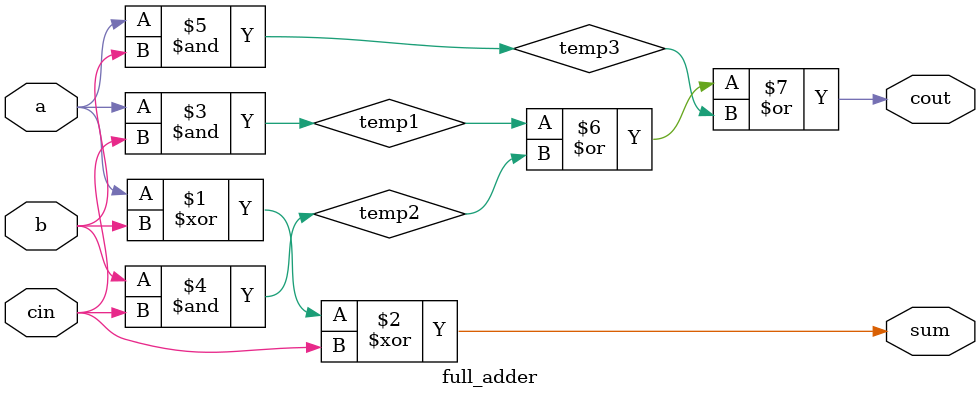
<source format=v>
module full_adder(a,b,cin,sum,cout);
    input a,b,cin;
    output cout,sum;
    wire temp1,temp2,temp3;
    xor(sum,a,b,cin);
    and(temp1,a,cin);
    and(temp2,b,cin);
    and(temp3,a,b);
    or(cout,temp1,temp2,temp3);
    
endmodule
</source>
